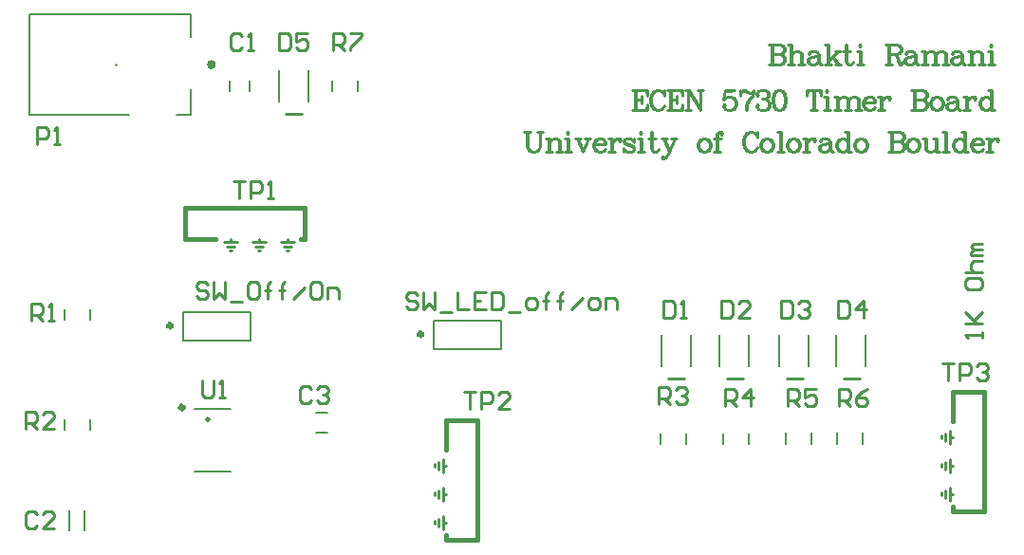
<source format=gto>
G04*
G04 #@! TF.GenerationSoftware,Altium Limited,Altium Designer,24.10.1 (45)*
G04*
G04 Layer_Color=65535*
%FSLAX44Y44*%
%MOMM*%
G71*
G04*
G04 #@! TF.SameCoordinates,850EB1A7-B970-4B75-A401-C25B3E3AA128*
G04*
G04*
G04 #@! TF.FilePolarity,Positive*
G04*
G01*
G75*
%ADD10C,0.5080*%
%ADD11C,0.4000*%
%ADD12C,0.3000*%
%ADD13C,0.1524*%
%ADD14C,0.2540*%
%ADD15C,0.3810*%
%ADD16C,0.1999*%
%ADD17C,0.1270*%
%ADD18C,0.2000*%
D10*
X134847Y223899D02*
G03*
X134847Y223899I-1270J0D01*
G01*
X145450Y151023D02*
G03*
X145450Y151023I-1250J0D01*
G01*
X358367Y216295D02*
G03*
X358367Y216295I-1270J0D01*
G01*
D11*
X172688Y456946D02*
G03*
X172688Y456946I-2000J0D01*
G01*
D12*
X168386Y140355D02*
G03*
X168386Y140355I-1000J0D01*
G01*
D13*
X593864Y118335D02*
Y127987D01*
X571064Y118335D02*
Y127987D01*
X598004Y187677D02*
Y215617D01*
X572004Y187423D02*
Y215363D01*
X624074Y187423D02*
Y215363D01*
X650074Y187677D02*
Y215617D01*
X62200Y130937D02*
Y140589D01*
X39400Y130937D02*
Y140589D01*
X62200Y229108D02*
Y238760D01*
X39400Y229108D02*
Y238760D01*
X300960Y433324D02*
Y442976D01*
X278160Y433324D02*
Y442976D01*
X230840Y423672D02*
Y451612D01*
X256840Y423926D02*
Y451866D01*
X728544Y118589D02*
Y128241D01*
X751344Y118589D02*
Y128241D01*
X682824Y118589D02*
Y128241D01*
X705624Y118589D02*
Y128241D01*
X703414Y187677D02*
Y215617D01*
X677414Y187423D02*
Y215363D01*
X754214Y187677D02*
Y215617D01*
X728214Y187423D02*
Y215363D01*
X43942Y41402D02*
Y59182D01*
X57658Y41402D02*
Y59182D01*
X204470Y433324D02*
Y442976D01*
X186690Y433324D02*
Y442976D01*
X264160Y128270D02*
X273812D01*
X264160Y146050D02*
X273812D01*
X649744Y118335D02*
Y127987D01*
X626944Y118335D02*
Y127987D01*
D14*
X578400Y176755D02*
X592624D01*
X630470D02*
X644694D01*
X377190Y93345D02*
Y104775D01*
Y99060D02*
X379798D01*
X373380Y95885D02*
Y102235D01*
X369570Y98425D02*
Y100272D01*
X377190Y67945D02*
Y79375D01*
Y73660D02*
X379798D01*
X373380Y70485D02*
Y76835D01*
X369570Y73025D02*
Y74872D01*
X377190Y42545D02*
Y53975D01*
Y48260D02*
X379798D01*
X373380Y45085D02*
Y51435D01*
X369570Y47625D02*
Y49472D01*
X182245Y298450D02*
X193675D01*
X187960D02*
Y301058D01*
X184785Y294640D02*
X191135D01*
X186748Y290830D02*
X188595D01*
X207645Y298450D02*
X219075D01*
X213360D02*
Y301058D01*
X210185Y294640D02*
X216535D01*
X212148Y290830D02*
X213995D01*
X233045Y298450D02*
X244475D01*
X238760D02*
Y301058D01*
X235585Y294640D02*
X241935D01*
X237548Y290830D02*
X239395D01*
X237236Y413004D02*
X251460D01*
X85010Y457200D02*
X85090D01*
X683810Y176755D02*
X698034D01*
X734610D02*
X748834D01*
X821690Y73025D02*
Y74872D01*
X825500Y70485D02*
Y76835D01*
X829310Y73660D02*
X831918D01*
X829310Y67945D02*
Y79375D01*
X821690Y98425D02*
Y100272D01*
X825500Y95885D02*
Y102235D01*
X829310Y99060D02*
X831918D01*
X829310Y93345D02*
Y104775D01*
X821690Y123825D02*
Y125672D01*
X825500Y121285D02*
Y127635D01*
X829310Y124460D02*
X831918D01*
X829310Y118745D02*
Y130175D01*
X452119Y397082D02*
Y384384D01*
X452966Y381845D01*
X454659Y380152D01*
X457198Y379305D01*
X458891D01*
X461431Y380152D01*
X463124Y381845D01*
X463970Y384384D01*
Y397082D01*
X452966D02*
Y384384D01*
X453812Y381845D01*
X455505Y380152D01*
X457198Y379305D01*
X449580Y397082D02*
X455505D01*
X461431D02*
X466510D01*
X471165Y391156D02*
Y379305D01*
X472012Y391156D02*
Y379305D01*
Y388617D02*
X473705Y390310D01*
X476244Y391156D01*
X477937D01*
X480477Y390310D01*
X481323Y388617D01*
Y379305D01*
X477937Y391156D02*
X479630Y390310D01*
X480477Y388617D01*
Y379305D01*
X468626Y391156D02*
X472012D01*
X468626Y379305D02*
X474551D01*
X477937D02*
X483863D01*
X488688Y397082D02*
X487841Y396235D01*
X488688Y395389D01*
X489534Y396235D01*
X488688Y397082D01*
Y391156D02*
Y379305D01*
X489534Y391156D02*
Y379305D01*
X486148Y391156D02*
X489534D01*
X486148Y379305D02*
X492074D01*
X496983Y391156D02*
X502062Y379305D01*
X497830Y391156D02*
X502062Y380998D01*
X507141Y391156D02*
X502062Y379305D01*
X495290Y391156D02*
X500369D01*
X503755D02*
X508834D01*
X512135Y386077D02*
X522293D01*
Y387770D01*
X521447Y389463D01*
X520600Y390310D01*
X518907Y391156D01*
X516368D01*
X513828Y390310D01*
X512135Y388617D01*
X511289Y386077D01*
Y384384D01*
X512135Y381845D01*
X513828Y380152D01*
X516368Y379305D01*
X518061D01*
X520600Y380152D01*
X522293Y381845D01*
X521447Y386077D02*
Y388617D01*
X520600Y390310D01*
X516368Y391156D02*
X514675Y390310D01*
X512982Y388617D01*
X512135Y386077D01*
Y384384D01*
X512982Y381845D01*
X514675Y380152D01*
X516368Y379305D01*
X527541Y391156D02*
Y379305D01*
X528388Y391156D02*
Y379305D01*
Y386077D02*
X529234Y388617D01*
X530927Y390310D01*
X532620Y391156D01*
X535160D01*
X536006Y390310D01*
Y389463D01*
X535160Y388617D01*
X534313Y389463D01*
X535160Y390310D01*
X525002Y391156D02*
X528388D01*
X525002Y379305D02*
X530927D01*
X547180Y389463D02*
X548026Y391156D01*
Y387770D01*
X547180Y389463D01*
X546333Y390310D01*
X544640Y391156D01*
X541254D01*
X539561Y390310D01*
X538715Y389463D01*
Y387770D01*
X539561Y386924D01*
X541254Y386077D01*
X545487Y384384D01*
X547180Y383538D01*
X548026Y382691D01*
X538715Y388617D02*
X539561Y387770D01*
X541254Y386924D01*
X545487Y385231D01*
X547180Y384384D01*
X548026Y383538D01*
Y380998D01*
X547180Y380152D01*
X545487Y379305D01*
X542101D01*
X540408Y380152D01*
X539561Y380998D01*
X538715Y382691D01*
Y379305D01*
X539561Y380998D01*
X553444Y397082D02*
X552597Y396235D01*
X553444Y395389D01*
X554290Y396235D01*
X553444Y397082D01*
Y391156D02*
Y379305D01*
X554290Y391156D02*
Y379305D01*
X550904Y391156D02*
X554290D01*
X550904Y379305D02*
X556830D01*
X565125D02*
X564279Y380152D01*
X563432Y382691D01*
Y397082D01*
X562586D01*
Y382691D01*
X563432Y380152D01*
X565125Y379305D01*
X566818D01*
X568511Y380152D01*
X569358Y381845D01*
X560046Y391156D02*
X566818D01*
X573929D02*
X579008Y379305D01*
X574775Y391156D02*
X579008Y380998D01*
X584086Y391156D02*
X579008Y379305D01*
X577315Y375919D01*
X575622Y374226D01*
X573929Y373380D01*
X573082D01*
X572236Y374226D01*
X573082Y375073D01*
X573929Y374226D01*
X572236Y391156D02*
X577315D01*
X580700D02*
X585779D01*
X609312D02*
X606772Y390310D01*
X605079Y388617D01*
X604233Y386077D01*
Y384384D01*
X605079Y381845D01*
X606772Y380152D01*
X609312Y379305D01*
X611005D01*
X613544Y380152D01*
X615237Y381845D01*
X616084Y384384D01*
Y386077D01*
X615237Y388617D01*
X613544Y390310D01*
X611005Y391156D01*
X609312D01*
X607619Y390310D01*
X605926Y388617D01*
X605079Y386077D01*
Y384384D01*
X605926Y381845D01*
X607619Y380152D01*
X609312Y379305D01*
X611005D02*
X612698Y380152D01*
X614391Y381845D01*
X615237Y384384D01*
Y386077D01*
X614391Y388617D01*
X612698Y390310D01*
X611005Y391156D01*
X625480Y396235D02*
X624633Y395389D01*
X625480Y394542D01*
X626326Y395389D01*
Y396235D01*
X625480Y397082D01*
X623787D01*
X622094Y396235D01*
X621247Y394542D01*
Y379305D01*
X623787Y397082D02*
X622940Y396235D01*
X622094Y394542D01*
Y379305D01*
X618708Y391156D02*
X625480D01*
X618708Y379305D02*
X624633D01*
X657223Y394542D02*
X658069Y392003D01*
Y397082D01*
X657223Y394542D01*
X655530Y396235D01*
X652990Y397082D01*
X651297D01*
X648758Y396235D01*
X647065Y394542D01*
X646218Y392849D01*
X645372Y390310D01*
Y386077D01*
X646218Y383538D01*
X647065Y381845D01*
X648758Y380152D01*
X651297Y379305D01*
X652990D01*
X655530Y380152D01*
X657223Y381845D01*
X658069Y383538D01*
X651297Y397082D02*
X649604Y396235D01*
X647912Y394542D01*
X647065Y392849D01*
X646218Y390310D01*
Y386077D01*
X647065Y383538D01*
X647912Y381845D01*
X649604Y380152D01*
X651297Y379305D01*
X665688Y391156D02*
X663148Y390310D01*
X661455Y388617D01*
X660609Y386077D01*
Y384384D01*
X661455Y381845D01*
X663148Y380152D01*
X665688Y379305D01*
X667381D01*
X669920Y380152D01*
X671613Y381845D01*
X672459Y384384D01*
Y386077D01*
X671613Y388617D01*
X669920Y390310D01*
X667381Y391156D01*
X665688D01*
X663995Y390310D01*
X662302Y388617D01*
X661455Y386077D01*
Y384384D01*
X662302Y381845D01*
X663995Y380152D01*
X665688Y379305D01*
X667381D02*
X669074Y380152D01*
X670767Y381845D01*
X671613Y384384D01*
Y386077D01*
X670767Y388617D01*
X669074Y390310D01*
X667381Y391156D01*
X677623Y397082D02*
Y379305D01*
X678470Y397082D02*
Y379305D01*
X675084Y397082D02*
X678470D01*
X675084Y379305D02*
X681009D01*
X689305Y391156D02*
X686765Y390310D01*
X685072Y388617D01*
X684226Y386077D01*
Y384384D01*
X685072Y381845D01*
X686765Y380152D01*
X689305Y379305D01*
X690998D01*
X693537Y380152D01*
X695230Y381845D01*
X696077Y384384D01*
Y386077D01*
X695230Y388617D01*
X693537Y390310D01*
X690998Y391156D01*
X689305D01*
X687612Y390310D01*
X685919Y388617D01*
X685072Y386077D01*
Y384384D01*
X685919Y381845D01*
X687612Y380152D01*
X689305Y379305D01*
X690998D02*
X692691Y380152D01*
X694383Y381845D01*
X695230Y384384D01*
Y386077D01*
X694383Y388617D01*
X692691Y390310D01*
X690998Y391156D01*
X701240D02*
Y379305D01*
X702086Y391156D02*
Y379305D01*
Y386077D02*
X702933Y388617D01*
X704626Y390310D01*
X706319Y391156D01*
X708858D01*
X709705Y390310D01*
Y389463D01*
X708858Y388617D01*
X708012Y389463D01*
X708858Y390310D01*
X698701Y391156D02*
X702086D01*
X698701Y379305D02*
X704626D01*
X714107Y389463D02*
Y388617D01*
X713260D01*
Y389463D01*
X714107Y390310D01*
X715800Y391156D01*
X719185D01*
X720879Y390310D01*
X721725Y389463D01*
X722571Y387770D01*
Y381845D01*
X723418Y380152D01*
X724264Y379305D01*
X721725Y389463D02*
Y381845D01*
X722571Y380152D01*
X724264Y379305D01*
X725111D01*
X721725Y387770D02*
X720879Y386924D01*
X715800Y386077D01*
X713260Y385231D01*
X712414Y383538D01*
Y381845D01*
X713260Y380152D01*
X715800Y379305D01*
X718339D01*
X720032Y380152D01*
X721725Y381845D01*
X715800Y386077D02*
X714107Y385231D01*
X713260Y383538D01*
Y381845D01*
X714107Y380152D01*
X715800Y379305D01*
X737808Y397082D02*
Y379305D01*
X738655Y397082D02*
Y379305D01*
X737808Y388617D02*
X736115Y390310D01*
X734422Y391156D01*
X732729D01*
X730190Y390310D01*
X728497Y388617D01*
X727650Y386077D01*
Y384384D01*
X728497Y381845D01*
X730190Y380152D01*
X732729Y379305D01*
X734422D01*
X736115Y380152D01*
X737808Y381845D01*
X732729Y391156D02*
X731036Y390310D01*
X729343Y388617D01*
X728497Y386077D01*
Y384384D01*
X729343Y381845D01*
X731036Y380152D01*
X732729Y379305D01*
X735269Y397082D02*
X738655D01*
X737808Y379305D02*
X741194D01*
X748728Y391156D02*
X746188Y390310D01*
X744495Y388617D01*
X743649Y386077D01*
Y384384D01*
X744495Y381845D01*
X746188Y380152D01*
X748728Y379305D01*
X750421D01*
X752960Y380152D01*
X754653Y381845D01*
X755500Y384384D01*
Y386077D01*
X754653Y388617D01*
X752960Y390310D01*
X750421Y391156D01*
X748728D01*
X747035Y390310D01*
X745342Y388617D01*
X744495Y386077D01*
Y384384D01*
X745342Y381845D01*
X747035Y380152D01*
X748728Y379305D01*
X750421D02*
X752114Y380152D01*
X753807Y381845D01*
X754653Y384384D01*
Y386077D01*
X753807Y388617D01*
X752114Y390310D01*
X750421Y391156D01*
X776662Y397082D02*
Y379305D01*
X777508Y397082D02*
Y379305D01*
X774122Y397082D02*
X784280D01*
X786820Y396235D01*
X787666Y395389D01*
X788513Y393696D01*
Y392003D01*
X787666Y390310D01*
X786820Y389463D01*
X784280Y388617D01*
Y397082D02*
X785973Y396235D01*
X786820Y395389D01*
X787666Y393696D01*
Y392003D01*
X786820Y390310D01*
X785973Y389463D01*
X784280Y388617D01*
X777508D02*
X784280D01*
X786820Y387770D01*
X787666Y386924D01*
X788513Y385231D01*
Y382691D01*
X787666Y380998D01*
X786820Y380152D01*
X784280Y379305D01*
X774122D01*
X784280Y388617D02*
X785973Y387770D01*
X786820Y386924D01*
X787666Y385231D01*
Y382691D01*
X786820Y380998D01*
X785973Y380152D01*
X784280Y379305D01*
X795962Y391156D02*
X793422Y390310D01*
X791729Y388617D01*
X790883Y386077D01*
Y384384D01*
X791729Y381845D01*
X793422Y380152D01*
X795962Y379305D01*
X797655D01*
X800194Y380152D01*
X801887Y381845D01*
X802734Y384384D01*
Y386077D01*
X801887Y388617D01*
X800194Y390310D01*
X797655Y391156D01*
X795962D01*
X794269Y390310D01*
X792576Y388617D01*
X791729Y386077D01*
Y384384D01*
X792576Y381845D01*
X794269Y380152D01*
X795962Y379305D01*
X797655D02*
X799348Y380152D01*
X801041Y381845D01*
X801887Y384384D01*
Y386077D01*
X801041Y388617D01*
X799348Y390310D01*
X797655Y391156D01*
X807897D02*
Y381845D01*
X808744Y380152D01*
X811283Y379305D01*
X812976D01*
X815516Y380152D01*
X817208Y381845D01*
X808744Y391156D02*
Y381845D01*
X809590Y380152D01*
X811283Y379305D01*
X817208Y391156D02*
Y379305D01*
X818055Y391156D02*
Y379305D01*
X805358Y391156D02*
X808744D01*
X814669D02*
X818055D01*
X817208Y379305D02*
X820594D01*
X825419Y397082D02*
Y379305D01*
X826266Y397082D02*
Y379305D01*
X822880Y397082D02*
X826266D01*
X822880Y379305D02*
X828805D01*
X842180Y397082D02*
Y379305D01*
X843026Y397082D02*
Y379305D01*
X842180Y388617D02*
X840487Y390310D01*
X838794Y391156D01*
X837101D01*
X834561Y390310D01*
X832868Y388617D01*
X832022Y386077D01*
Y384384D01*
X832868Y381845D01*
X834561Y380152D01*
X837101Y379305D01*
X838794D01*
X840487Y380152D01*
X842180Y381845D01*
X837101Y391156D02*
X835408Y390310D01*
X833715Y388617D01*
X832868Y386077D01*
Y384384D01*
X833715Y381845D01*
X835408Y380152D01*
X837101Y379305D01*
X839640Y397082D02*
X843026D01*
X842180Y379305D02*
X845566D01*
X848867Y386077D02*
X859025D01*
Y387770D01*
X858178Y389463D01*
X857332Y390310D01*
X855639Y391156D01*
X853100D01*
X850560Y390310D01*
X848867Y388617D01*
X848021Y386077D01*
Y384384D01*
X848867Y381845D01*
X850560Y380152D01*
X853100Y379305D01*
X854792D01*
X857332Y380152D01*
X859025Y381845D01*
X858178Y386077D02*
Y388617D01*
X857332Y390310D01*
X853100Y391156D02*
X851406Y390310D01*
X849714Y388617D01*
X848867Y386077D01*
Y384384D01*
X849714Y381845D01*
X851406Y380152D01*
X853100Y379305D01*
X864273Y391156D02*
Y379305D01*
X865120Y391156D02*
Y379305D01*
Y386077D02*
X865966Y388617D01*
X867659Y390310D01*
X869352Y391156D01*
X871891D01*
X872738Y390310D01*
Y389463D01*
X871891Y388617D01*
X871045Y389463D01*
X871891Y390310D01*
X861734Y391156D02*
X865120D01*
X861734Y379305D02*
X867659D01*
X858520Y213360D02*
Y218438D01*
Y215899D01*
X843285D01*
X845824Y213360D01*
X843285Y226056D02*
X858520D01*
X853442D01*
X843285Y236213D01*
X850902Y228595D01*
X858520Y236213D01*
X843285Y264144D02*
Y259065D01*
X845824Y256526D01*
X855981D01*
X858520Y259065D01*
Y264144D01*
X855981Y266683D01*
X845824D01*
X843285Y264144D01*
Y271761D02*
X858520D01*
X850902D01*
X848363Y274300D01*
Y279379D01*
X850902Y281918D01*
X858520D01*
Y286996D02*
X848363D01*
Y289535D01*
X850902Y292075D01*
X858520D01*
X850902D01*
X848363Y294614D01*
X850902Y297153D01*
X858520D01*
X569768Y153643D02*
Y168878D01*
X577386D01*
X579925Y166339D01*
Y161261D01*
X577386Y158722D01*
X569768D01*
X574847D02*
X579925Y153643D01*
X585003Y166339D02*
X587542Y168878D01*
X592621D01*
X595160Y166339D01*
Y163800D01*
X592621Y161261D01*
X590082D01*
X592621D01*
X595160Y158722D01*
Y156182D01*
X592621Y153643D01*
X587542D01*
X585003Y156182D01*
X573786Y246375D02*
Y231140D01*
X581404D01*
X583943Y233679D01*
Y243836D01*
X581404Y246375D01*
X573786D01*
X589021Y231140D02*
X594099D01*
X591560D01*
Y246375D01*
X589021Y243836D01*
X625856Y246375D02*
Y231140D01*
X633474D01*
X636013Y233679D01*
Y243836D01*
X633474Y246375D01*
X625856D01*
X651248Y231140D02*
X641091D01*
X651248Y241297D01*
Y243836D01*
X648709Y246375D01*
X643630D01*
X641091Y243836D01*
X396247Y165098D02*
X406403D01*
X401325D01*
Y149862D01*
X411482D02*
Y165098D01*
X419099D01*
X421638Y162558D01*
Y157480D01*
X419099Y154941D01*
X411482D01*
X436873Y149862D02*
X426717D01*
X436873Y160019D01*
Y162558D01*
X434334Y165098D01*
X429256D01*
X426717Y162558D01*
X5084Y132083D02*
Y147317D01*
X12702D01*
X15241Y144778D01*
Y139700D01*
X12702Y137161D01*
X5084D01*
X10163D02*
X15241Y132083D01*
X30476D02*
X20319D01*
X30476Y142239D01*
Y144778D01*
X27937Y147317D01*
X22858D01*
X20319Y144778D01*
X10163Y228603D02*
Y243838D01*
X17781D01*
X20320Y241298D01*
Y236220D01*
X17781Y233681D01*
X10163D01*
X15242D02*
X20320Y228603D01*
X25398D02*
X30477D01*
X27938D01*
Y243838D01*
X25398Y241298D01*
X167657Y260348D02*
X165118Y262887D01*
X160040D01*
X157500Y260348D01*
Y257809D01*
X160040Y255270D01*
X165118D01*
X167657Y252730D01*
Y250191D01*
X165118Y247652D01*
X160040D01*
X157500Y250191D01*
X172736Y262887D02*
Y247652D01*
X177814Y252730D01*
X182892Y247652D01*
Y262887D01*
X187971Y245113D02*
X198127D01*
X210823Y262887D02*
X205745D01*
X203206Y260348D01*
Y250191D01*
X205745Y247652D01*
X210823D01*
X213363Y250191D01*
Y260348D01*
X210823Y262887D01*
X220980Y247652D02*
Y260348D01*
Y255270D01*
X218441D01*
X223519D01*
X220980D01*
Y260348D01*
X223519Y262887D01*
X233676Y247652D02*
Y260348D01*
Y255270D01*
X231137D01*
X236215D01*
X233676D01*
Y260348D01*
X236215Y262887D01*
X243833Y247652D02*
X253989Y257809D01*
X266685Y262887D02*
X261607D01*
X259068Y260348D01*
Y250191D01*
X261607Y247652D01*
X266685D01*
X269224Y250191D01*
Y260348D01*
X266685Y262887D01*
X274303Y247652D02*
Y257809D01*
X281920D01*
X284459Y255270D01*
Y247652D01*
X190506Y353058D02*
X200662D01*
X195584D01*
Y337822D01*
X205741D02*
Y353058D01*
X213358D01*
X215898Y350518D01*
Y345440D01*
X213358Y342901D01*
X205741D01*
X220976Y337822D02*
X226054D01*
X223515D01*
Y353058D01*
X220976Y350518D01*
X279404Y469902D02*
Y485137D01*
X287022D01*
X289561Y482598D01*
Y477520D01*
X287022Y474981D01*
X279404D01*
X284482D02*
X289561Y469902D01*
X294639Y485137D02*
X304796D01*
Y482598D01*
X294639Y472442D01*
Y469902D01*
X231144Y485137D02*
Y469902D01*
X238762D01*
X241301Y472442D01*
Y482598D01*
X238762Y485137D01*
X231144D01*
X256536D02*
X246379D01*
Y477520D01*
X251458Y480059D01*
X253997D01*
X256536Y477520D01*
Y472442D01*
X253997Y469902D01*
X248918D01*
X246379Y472442D01*
X548639Y434336D02*
Y416560D01*
X549486Y434336D02*
Y416560D01*
X554565Y429257D02*
Y422485D01*
X546100Y434336D02*
X559644D01*
Y429257D01*
X558797Y434336D01*
X549486Y425871D02*
X554565D01*
X546100Y416560D02*
X559644D01*
Y421639D01*
X558797Y416560D01*
X573949Y431797D02*
X574796Y429257D01*
Y434336D01*
X573949Y431797D01*
X572256Y433490D01*
X569717Y434336D01*
X568024D01*
X565485Y433490D01*
X563792Y431797D01*
X562945Y430104D01*
X562099Y427564D01*
Y423332D01*
X562945Y420792D01*
X563792Y419100D01*
X565485Y417407D01*
X568024Y416560D01*
X569717D01*
X572256Y417407D01*
X573949Y419100D01*
X574796Y420792D01*
X568024Y434336D02*
X566331Y433490D01*
X564638Y431797D01*
X563792Y430104D01*
X562945Y427564D01*
Y423332D01*
X563792Y420792D01*
X564638Y419100D01*
X566331Y417407D01*
X568024Y416560D01*
X579875Y434336D02*
Y416560D01*
X580721Y434336D02*
Y416560D01*
X585800Y429257D02*
Y422485D01*
X577335Y434336D02*
X590879D01*
Y429257D01*
X590033Y434336D01*
X580721Y425871D02*
X585800D01*
X577335Y416560D02*
X590879D01*
Y421639D01*
X590033Y416560D01*
X595873Y434336D02*
Y416560D01*
X596720Y434336D02*
X606878Y418253D01*
X596720Y432643D02*
X606878Y416560D01*
Y434336D02*
Y416560D01*
X593334Y434336D02*
X596720D01*
X604338D02*
X609417D01*
X593334Y416560D02*
X598413D01*
X629310Y434336D02*
X627617Y425871D01*
X629310Y427564D01*
X631849Y428411D01*
X634388D01*
X636928Y427564D01*
X638621Y425871D01*
X639467Y423332D01*
Y421639D01*
X638621Y419100D01*
X636928Y417407D01*
X634388Y416560D01*
X631849D01*
X629310Y417407D01*
X628463Y418253D01*
X627617Y419946D01*
Y420792D01*
X628463Y421639D01*
X629310Y420792D01*
X628463Y419946D01*
X634388Y428411D02*
X636081Y427564D01*
X637774Y425871D01*
X638621Y423332D01*
Y421639D01*
X637774Y419100D01*
X636081Y417407D01*
X634388Y416560D01*
X629310Y434336D02*
X637774D01*
X629310Y433490D02*
X633542D01*
X637774Y434336D01*
X642091D02*
Y429257D01*
Y430950D02*
X642938Y432643D01*
X644631Y434336D01*
X646324D01*
X650556Y431797D01*
X652249D01*
X653096Y432643D01*
X653942Y434336D01*
X642938Y432643D02*
X644631Y433490D01*
X646324D01*
X650556Y431797D01*
X653942Y434336D02*
Y431797D01*
X653096Y429257D01*
X649710Y425025D01*
X648863Y423332D01*
X648017Y420792D01*
Y416560D01*
X653096Y429257D02*
X648863Y425025D01*
X648017Y423332D01*
X647170Y420792D01*
Y416560D01*
X657413Y430950D02*
X658259Y430104D01*
X657413Y429257D01*
X656566Y430104D01*
Y430950D01*
X657413Y432643D01*
X658259Y433490D01*
X660799Y434336D01*
X664185D01*
X666724Y433490D01*
X667571Y431797D01*
Y429257D01*
X666724Y427564D01*
X664185Y426718D01*
X661645D01*
X664185Y434336D02*
X665878Y433490D01*
X666724Y431797D01*
Y429257D01*
X665878Y427564D01*
X664185Y426718D01*
X665878Y425871D01*
X667571Y424178D01*
X668417Y422485D01*
Y419946D01*
X667571Y418253D01*
X666724Y417407D01*
X664185Y416560D01*
X660799D01*
X658259Y417407D01*
X657413Y418253D01*
X656566Y419946D01*
Y420792D01*
X657413Y421639D01*
X658259Y420792D01*
X657413Y419946D01*
X666724Y425025D02*
X667571Y422485D01*
Y419946D01*
X666724Y418253D01*
X665878Y417407D01*
X664185Y416560D01*
X676120Y434336D02*
X673581Y433490D01*
X671888Y430950D01*
X671041Y426718D01*
Y424178D01*
X671888Y419946D01*
X673581Y417407D01*
X676120Y416560D01*
X677813D01*
X680353Y417407D01*
X682046Y419946D01*
X682892Y424178D01*
Y426718D01*
X682046Y430950D01*
X680353Y433490D01*
X677813Y434336D01*
X676120D01*
X674427Y433490D01*
X673581Y432643D01*
X672734Y430950D01*
X671888Y426718D01*
Y424178D01*
X672734Y419946D01*
X673581Y418253D01*
X674427Y417407D01*
X676120Y416560D01*
X677813D02*
X679506Y417407D01*
X680353Y418253D01*
X681199Y419946D01*
X682046Y424178D01*
Y426718D01*
X681199Y430950D01*
X680353Y432643D01*
X679506Y433490D01*
X677813Y434336D01*
X707440D02*
Y416560D01*
X708287Y434336D02*
Y416560D01*
X702361Y434336D02*
X701515Y429257D01*
Y434336D01*
X714212D01*
Y429257D01*
X713365Y434336D01*
X704901Y416560D02*
X710826D01*
X719291Y434336D02*
X718444Y433490D01*
X719291Y432643D01*
X720137Y433490D01*
X719291Y434336D01*
Y428411D02*
Y416560D01*
X720137Y428411D02*
Y416560D01*
X716751Y428411D02*
X720137D01*
X716751Y416560D02*
X722677D01*
X728433Y428411D02*
Y416560D01*
X729279Y428411D02*
Y416560D01*
Y425871D02*
X730972Y427564D01*
X733512Y428411D01*
X735205D01*
X737744Y427564D01*
X738591Y425871D01*
Y416560D01*
X735205Y428411D02*
X736898Y427564D01*
X737744Y425871D01*
Y416560D01*
X738591Y425871D02*
X740284Y427564D01*
X742823Y428411D01*
X744516D01*
X747056Y427564D01*
X747902Y425871D01*
Y416560D01*
X744516Y428411D02*
X746209Y427564D01*
X747056Y425871D01*
Y416560D01*
X725893Y428411D02*
X729279D01*
X725893Y416560D02*
X731819D01*
X735205D02*
X741130D01*
X744516D02*
X750442D01*
X752642Y423332D02*
X762800D01*
Y425025D01*
X761954Y426718D01*
X761107Y427564D01*
X759414Y428411D01*
X756875D01*
X754335Y427564D01*
X752642Y425871D01*
X751796Y423332D01*
Y421639D01*
X752642Y419100D01*
X754335Y417407D01*
X756875Y416560D01*
X758568D01*
X761107Y417407D01*
X762800Y419100D01*
X761954Y423332D02*
Y425871D01*
X761107Y427564D01*
X756875Y428411D02*
X755182Y427564D01*
X753489Y425871D01*
X752642Y423332D01*
Y421639D01*
X753489Y419100D01*
X755182Y417407D01*
X756875Y416560D01*
X768048Y428411D02*
Y416560D01*
X768895Y428411D02*
Y416560D01*
Y423332D02*
X769741Y425871D01*
X771434Y427564D01*
X773127Y428411D01*
X775667D01*
X776513Y427564D01*
Y426718D01*
X775667Y425871D01*
X774820Y426718D01*
X775667Y427564D01*
X765509Y428411D02*
X768895D01*
X765509Y416560D02*
X771434D01*
X797760Y434336D02*
Y416560D01*
X798606Y434336D02*
Y416560D01*
X795221Y434336D02*
X805378D01*
X807918Y433490D01*
X808764Y432643D01*
X809611Y430950D01*
Y429257D01*
X808764Y427564D01*
X807918Y426718D01*
X805378Y425871D01*
Y434336D02*
X807071Y433490D01*
X807918Y432643D01*
X808764Y430950D01*
Y429257D01*
X807918Y427564D01*
X807071Y426718D01*
X805378Y425871D01*
X798606D02*
X805378D01*
X807918Y425025D01*
X808764Y424178D01*
X809611Y422485D01*
Y419946D01*
X808764Y418253D01*
X807918Y417407D01*
X805378Y416560D01*
X795221D01*
X805378Y425871D02*
X807071Y425025D01*
X807918Y424178D01*
X808764Y422485D01*
Y419946D01*
X807918Y418253D01*
X807071Y417407D01*
X805378Y416560D01*
X817060Y428411D02*
X814520Y427564D01*
X812828Y425871D01*
X811981Y423332D01*
Y421639D01*
X812828Y419100D01*
X814520Y417407D01*
X817060Y416560D01*
X818753D01*
X821292Y417407D01*
X822985Y419100D01*
X823832Y421639D01*
Y423332D01*
X822985Y425871D01*
X821292Y427564D01*
X818753Y428411D01*
X817060D01*
X815367Y427564D01*
X813674Y425871D01*
X812828Y423332D01*
Y421639D01*
X813674Y419100D01*
X815367Y417407D01*
X817060Y416560D01*
X818753D02*
X820446Y417407D01*
X822139Y419100D01*
X822985Y421639D01*
Y423332D01*
X822139Y425871D01*
X820446Y427564D01*
X818753Y428411D01*
X828149Y426718D02*
Y425871D01*
X827302D01*
Y426718D01*
X828149Y427564D01*
X829842Y428411D01*
X833228D01*
X834921Y427564D01*
X835767Y426718D01*
X836614Y425025D01*
Y419100D01*
X837460Y417407D01*
X838307Y416560D01*
X835767Y426718D02*
Y419100D01*
X836614Y417407D01*
X838307Y416560D01*
X839153D01*
X835767Y425025D02*
X834921Y424178D01*
X829842Y423332D01*
X827302Y422485D01*
X826456Y420792D01*
Y419100D01*
X827302Y417407D01*
X829842Y416560D01*
X832381D01*
X834074Y417407D01*
X835767Y419100D01*
X829842Y423332D02*
X828149Y422485D01*
X827302Y420792D01*
Y419100D01*
X828149Y417407D01*
X829842Y416560D01*
X844232Y428411D02*
Y416560D01*
X845079Y428411D02*
Y416560D01*
Y423332D02*
X845925Y425871D01*
X847618Y427564D01*
X849311Y428411D01*
X851850D01*
X852697Y427564D01*
Y426718D01*
X851850Y425871D01*
X851004Y426718D01*
X851850Y427564D01*
X841693Y428411D02*
X845079D01*
X841693Y416560D02*
X847618D01*
X865564Y434336D02*
Y416560D01*
X866410Y434336D02*
Y416560D01*
X865564Y425871D02*
X863870Y427564D01*
X862178Y428411D01*
X860485D01*
X857945Y427564D01*
X856252Y425871D01*
X855406Y423332D01*
Y421639D01*
X856252Y419100D01*
X857945Y417407D01*
X860485Y416560D01*
X862178D01*
X863870Y417407D01*
X865564Y419100D01*
X860485Y428411D02*
X858792Y427564D01*
X857099Y425871D01*
X856252Y423332D01*
Y421639D01*
X857099Y419100D01*
X858792Y417407D01*
X860485Y416560D01*
X863024Y434336D02*
X866410D01*
X865564Y416560D02*
X868949D01*
X670559Y474976D02*
Y457200D01*
X671406Y474976D02*
Y457200D01*
X668020Y474976D02*
X678178D01*
X680717Y474130D01*
X681564Y473283D01*
X682410Y471590D01*
Y469897D01*
X681564Y468204D01*
X680717Y467358D01*
X678178Y466511D01*
Y474976D02*
X679871Y474130D01*
X680717Y473283D01*
X681564Y471590D01*
Y469897D01*
X680717Y468204D01*
X679871Y467358D01*
X678178Y466511D01*
X671406D02*
X678178D01*
X680717Y465665D01*
X681564Y464818D01*
X682410Y463125D01*
Y460586D01*
X681564Y458893D01*
X680717Y458046D01*
X678178Y457200D01*
X668020D01*
X678178Y466511D02*
X679871Y465665D01*
X680717Y464818D01*
X681564Y463125D01*
Y460586D01*
X680717Y458893D01*
X679871Y458046D01*
X678178Y457200D01*
X687320Y474976D02*
Y457200D01*
X688166Y474976D02*
Y457200D01*
Y466511D02*
X689859Y468204D01*
X692399Y469051D01*
X694092D01*
X696631Y468204D01*
X697478Y466511D01*
Y457200D01*
X694092Y469051D02*
X695785Y468204D01*
X696631Y466511D01*
Y457200D01*
X684780Y474976D02*
X688166D01*
X684780Y457200D02*
X690706D01*
X694092D02*
X700017D01*
X703996Y467358D02*
Y466511D01*
X703149D01*
Y467358D01*
X703996Y468204D01*
X705689Y469051D01*
X709075D01*
X710768Y468204D01*
X711614Y467358D01*
X712460Y465665D01*
Y459739D01*
X713307Y458046D01*
X714154Y457200D01*
X711614Y467358D02*
Y459739D01*
X712460Y458046D01*
X714154Y457200D01*
X715000D01*
X711614Y465665D02*
X710768Y464818D01*
X705689Y463972D01*
X703149Y463125D01*
X702303Y461432D01*
Y459739D01*
X703149Y458046D01*
X705689Y457200D01*
X708228D01*
X709921Y458046D01*
X711614Y459739D01*
X705689Y463972D02*
X703996Y463125D01*
X703149Y461432D01*
Y459739D01*
X703996Y458046D01*
X705689Y457200D01*
X720079Y474976D02*
Y457200D01*
X720925Y474976D02*
Y457200D01*
X729390Y469051D02*
X720925Y460586D01*
X725158Y463972D02*
X730237Y457200D01*
X724311Y463972D02*
X729390Y457200D01*
X717539Y474976D02*
X720925D01*
X726851Y469051D02*
X731930D01*
X717539Y457200D02*
X723465D01*
X726851D02*
X731930D01*
X739379D02*
X738532Y458046D01*
X737686Y460586D01*
Y474976D01*
X736839D01*
Y460586D01*
X737686Y458046D01*
X739379Y457200D01*
X741072D01*
X742765Y458046D01*
X743611Y459739D01*
X734300Y469051D02*
X741072D01*
X749029Y474976D02*
X748182Y474130D01*
X749029Y473283D01*
X749875Y474130D01*
X749029Y474976D01*
Y469051D02*
Y457200D01*
X749875Y469051D02*
Y457200D01*
X746489Y469051D02*
X749875D01*
X746489Y457200D02*
X752415D01*
X774169Y474976D02*
Y457200D01*
X775016Y474976D02*
Y457200D01*
X771630Y474976D02*
X781788D01*
X784327Y474130D01*
X785174Y473283D01*
X786020Y471590D01*
Y469897D01*
X785174Y468204D01*
X784327Y467358D01*
X781788Y466511D01*
X775016D01*
X781788Y474976D02*
X783481Y474130D01*
X784327Y473283D01*
X785174Y471590D01*
Y469897D01*
X784327Y468204D01*
X783481Y467358D01*
X781788Y466511D01*
X771630Y457200D02*
X777555D01*
X779248Y466511D02*
X780941Y465665D01*
X781788Y464818D01*
X784327Y458893D01*
X785174Y458046D01*
X786020D01*
X786867Y458893D01*
X780941Y465665D02*
X781788Y463972D01*
X783481Y458046D01*
X784327Y457200D01*
X786020D01*
X786867Y458893D01*
Y459739D01*
X790845Y467358D02*
Y466511D01*
X789998D01*
Y467358D01*
X790845Y468204D01*
X792538Y469051D01*
X795924D01*
X797617Y468204D01*
X798463Y467358D01*
X799310Y465665D01*
Y459739D01*
X800156Y458046D01*
X801003Y457200D01*
X798463Y467358D02*
Y459739D01*
X799310Y458046D01*
X801003Y457200D01*
X801849D01*
X798463Y465665D02*
X797617Y464818D01*
X792538Y463972D01*
X789998Y463125D01*
X789152Y461432D01*
Y459739D01*
X789998Y458046D01*
X792538Y457200D01*
X795077D01*
X796770Y458046D01*
X798463Y459739D01*
X792538Y463972D02*
X790845Y463125D01*
X789998Y461432D01*
Y459739D01*
X790845Y458046D01*
X792538Y457200D01*
X806928Y469051D02*
Y457200D01*
X807775Y469051D02*
Y457200D01*
Y466511D02*
X809468Y468204D01*
X812007Y469051D01*
X813700D01*
X816240Y468204D01*
X817086Y466511D01*
Y457200D01*
X813700Y469051D02*
X815393Y468204D01*
X816240Y466511D01*
Y457200D01*
X817086Y466511D02*
X818779Y468204D01*
X821319Y469051D01*
X823011D01*
X825551Y468204D01*
X826397Y466511D01*
Y457200D01*
X823011Y469051D02*
X824704Y468204D01*
X825551Y466511D01*
Y457200D01*
X804389Y469051D02*
X807775D01*
X804389Y457200D02*
X810314D01*
X813700D02*
X819625D01*
X823011D02*
X828937D01*
X831984Y467358D02*
Y466511D01*
X831138D01*
Y467358D01*
X831984Y468204D01*
X833677Y469051D01*
X837063D01*
X838756Y468204D01*
X839603Y467358D01*
X840449Y465665D01*
Y459739D01*
X841295Y458046D01*
X842142Y457200D01*
X839603Y467358D02*
Y459739D01*
X840449Y458046D01*
X842142Y457200D01*
X842989D01*
X839603Y465665D02*
X838756Y464818D01*
X833677Y463972D01*
X831138Y463125D01*
X830291Y461432D01*
Y459739D01*
X831138Y458046D01*
X833677Y457200D01*
X836217D01*
X837910Y458046D01*
X839603Y459739D01*
X833677Y463972D02*
X831984Y463125D01*
X831138Y461432D01*
Y459739D01*
X831984Y458046D01*
X833677Y457200D01*
X848067Y469051D02*
Y457200D01*
X848914Y469051D02*
Y457200D01*
Y466511D02*
X850607Y468204D01*
X853146Y469051D01*
X854839D01*
X857379Y468204D01*
X858225Y466511D01*
Y457200D01*
X854839Y469051D02*
X856532Y468204D01*
X857379Y466511D01*
Y457200D01*
X845528Y469051D02*
X848914D01*
X845528Y457200D02*
X851453D01*
X854839D02*
X860765D01*
X865590Y474976D02*
X864743Y474130D01*
X865590Y473283D01*
X866436Y474130D01*
X865590Y474976D01*
Y469051D02*
Y457200D01*
X866436Y469051D02*
Y457200D01*
X863050Y469051D02*
X866436D01*
X863050Y457200D02*
X868976D01*
X14933Y386082D02*
Y401317D01*
X22551D01*
X25090Y398778D01*
Y393700D01*
X22551Y391161D01*
X14933D01*
X30168Y386082D02*
X35247D01*
X32708D01*
Y401317D01*
X30168Y398778D01*
X162563Y175257D02*
Y162562D01*
X165103Y160023D01*
X170181D01*
X172720Y162562D01*
Y175257D01*
X177798Y160023D02*
X182877D01*
X180338D01*
Y175257D01*
X177798Y172718D01*
X822960Y189987D02*
X833117D01*
X828038D01*
Y174752D01*
X838195D02*
Y189987D01*
X845813D01*
X848352Y187448D01*
Y182369D01*
X845813Y179830D01*
X838195D01*
X853430Y187448D02*
X855969Y189987D01*
X861048D01*
X863587Y187448D01*
Y184909D01*
X861048Y182369D01*
X858509D01*
X861048D01*
X863587Y179830D01*
Y177291D01*
X861048Y174752D01*
X855969D01*
X853430Y177291D01*
X354357Y251458D02*
X351818Y253997D01*
X346740D01*
X344200Y251458D01*
Y248919D01*
X346740Y246380D01*
X351818D01*
X354357Y243840D01*
Y241301D01*
X351818Y238762D01*
X346740D01*
X344200Y241301D01*
X359436Y253997D02*
Y238762D01*
X364514Y243840D01*
X369592Y238762D01*
Y253997D01*
X374670Y236223D02*
X384827D01*
X389906Y253997D02*
Y238762D01*
X400062D01*
X415297Y253997D02*
X405141D01*
Y238762D01*
X415297D01*
X405141Y246380D02*
X410219D01*
X420376Y253997D02*
Y238762D01*
X427993D01*
X430532Y241301D01*
Y251458D01*
X427993Y253997D01*
X420376D01*
X435611Y236223D02*
X445768D01*
X453385Y238762D02*
X458463D01*
X461003Y241301D01*
Y246380D01*
X458463Y248919D01*
X453385D01*
X450846Y246380D01*
Y241301D01*
X453385Y238762D01*
X468620D02*
Y251458D01*
Y246380D01*
X466081D01*
X471159D01*
X468620D01*
Y251458D01*
X471159Y253997D01*
X481316Y238762D02*
Y251458D01*
Y246380D01*
X478777D01*
X483855D01*
X481316D01*
Y251458D01*
X483855Y253997D01*
X491473Y238762D02*
X501629Y248919D01*
X509247Y238762D02*
X514325D01*
X516865Y241301D01*
Y246380D01*
X514325Y248919D01*
X509247D01*
X506708Y246380D01*
Y241301D01*
X509247Y238762D01*
X521943D02*
Y248919D01*
X529560D01*
X532100Y246380D01*
Y238762D01*
X730250Y152654D02*
Y167889D01*
X737868D01*
X740407Y165350D01*
Y160271D01*
X737868Y157732D01*
X730250D01*
X735328D02*
X740407Y152654D01*
X755642Y167889D02*
X750563Y165350D01*
X745485Y160271D01*
Y155193D01*
X748024Y152654D01*
X753103D01*
X755642Y155193D01*
Y157732D01*
X753103Y160271D01*
X745485D01*
X684530Y152654D02*
Y167889D01*
X692148D01*
X694687Y165350D01*
Y160271D01*
X692148Y157732D01*
X684530D01*
X689608D02*
X694687Y152654D01*
X709922Y167889D02*
X699765D01*
Y160271D01*
X704843Y162811D01*
X707383D01*
X709922Y160271D01*
Y155193D01*
X707383Y152654D01*
X702304D01*
X699765Y155193D01*
X628650Y152400D02*
Y167635D01*
X636268D01*
X638807Y165096D01*
Y160018D01*
X636268Y157478D01*
X628650D01*
X633728D02*
X638807Y152400D01*
X651503D02*
Y167635D01*
X643885Y160018D01*
X654042D01*
X729996Y246375D02*
Y231140D01*
X737614D01*
X740153Y233679D01*
Y243836D01*
X737614Y246375D01*
X729996D01*
X752849Y231140D02*
Y246375D01*
X745231Y238757D01*
X755388D01*
X679196Y246375D02*
Y231140D01*
X686814D01*
X689353Y233679D01*
Y243836D01*
X686814Y246375D01*
X679196D01*
X694431Y243836D02*
X696970Y246375D01*
X702049D01*
X704588Y243836D01*
Y241297D01*
X702049Y238757D01*
X699509D01*
X702049D01*
X704588Y236218D01*
Y233679D01*
X702049Y231140D01*
X696970D01*
X694431Y233679D01*
X260093Y167636D02*
X257554Y170175D01*
X252475D01*
X249936Y167636D01*
Y157479D01*
X252475Y154940D01*
X257554D01*
X260093Y157479D01*
X265171Y167636D02*
X267710Y170175D01*
X272789D01*
X275328Y167636D01*
Y165097D01*
X272789Y162558D01*
X270249D01*
X272789D01*
X275328Y160018D01*
Y157479D01*
X272789Y154940D01*
X267710D01*
X265171Y157479D01*
X15241Y55878D02*
X12702Y58418D01*
X7623D01*
X5084Y55878D01*
Y45722D01*
X7623Y43183D01*
X12702D01*
X15241Y45722D01*
X30476Y43183D02*
X20319D01*
X30476Y53339D01*
Y55878D01*
X27937Y58418D01*
X22858D01*
X20319Y55878D01*
X198120Y482598D02*
X195581Y485137D01*
X190502D01*
X187963Y482598D01*
Y472442D01*
X190502Y469902D01*
X195581D01*
X198120Y472442D01*
X203198Y469902D02*
X208277D01*
X205738D01*
Y485137D01*
X203198Y482598D01*
D15*
X379730Y113030D02*
Y139700D01*
X407670D01*
X379730Y33020D02*
Y36830D01*
Y33020D02*
X407670D01*
Y139700D01*
X147320Y300990D02*
X173990D01*
X147320D02*
Y328930D01*
X250190Y300990D02*
X254000D01*
Y328930D01*
X147320D02*
X254000D01*
X859790Y58420D02*
Y165100D01*
X831850Y58420D02*
X859790D01*
X831850D02*
Y62230D01*
Y165100D02*
X859790D01*
X831850Y138430D02*
Y165100D01*
D16*
X145359Y210804D02*
X205161D01*
X145359D02*
Y236115D01*
X205161D01*
Y210804D02*
Y236115D01*
X368879Y203200D02*
X428681D01*
X368879D02*
Y228511D01*
X428681D01*
Y203200D02*
Y228511D01*
D17*
X8010Y412200D02*
X97510D01*
X152010Y481330D02*
Y502200D01*
X8010D02*
X152010D01*
X8010Y412200D02*
Y502200D01*
X152010Y412200D02*
Y435102D01*
X139954Y412200D02*
X152010D01*
D18*
X155448Y94127D02*
X187448D01*
X155452Y149499D02*
X187452D01*
M02*

</source>
